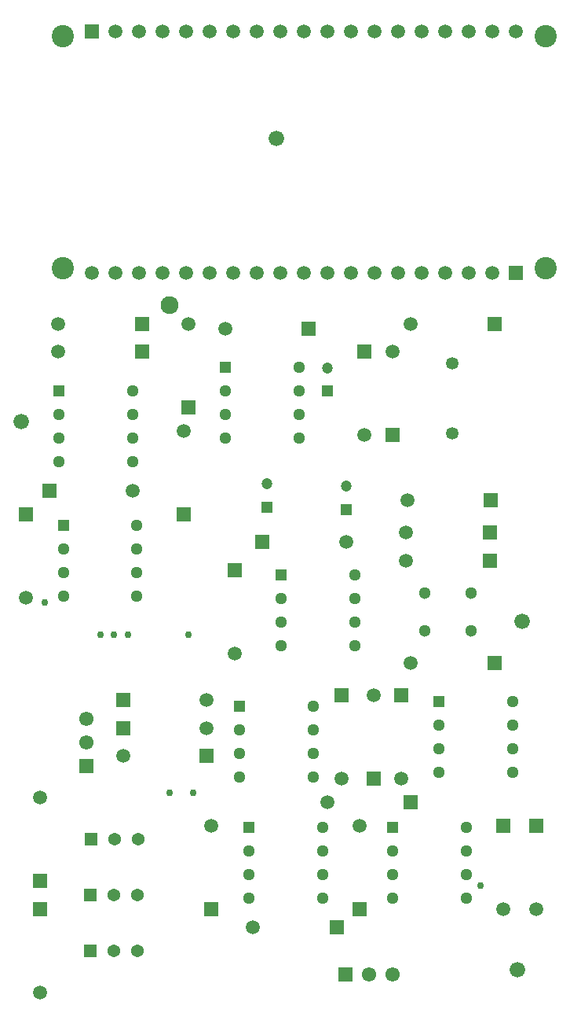
<source format=gts>
G04*
G04 #@! TF.GenerationSoftware,Altium Limited,Altium Designer,23.1.1 (15)*
G04*
G04 Layer_Color=8388736*
%FSLAX25Y25*%
%MOIN*%
G70*
G04*
G04 #@! TF.SameCoordinates,4CC54058-0C85-46A6-9067-FF0A4DDA324E*
G04*
G04*
G04 #@! TF.FilePolarity,Negative*
G04*
G01*
G75*
%ADD14C,0.07591*%
%ADD15C,0.06591*%
%ADD16C,0.05906*%
%ADD17R,0.05906X0.05906*%
%ADD18R,0.05906X0.05906*%
%ADD19R,0.05039X0.05039*%
%ADD20C,0.05039*%
%ADD21R,0.04724X0.04724*%
%ADD22C,0.04724*%
%ADD23C,0.06102*%
%ADD24R,0.06102X0.06102*%
%ADD25R,0.06102X0.06102*%
%ADD26R,0.05386X0.05386*%
%ADD27C,0.05386*%
%ADD28C,0.05118*%
%ADD29C,0.09449*%
%ADD30C,0.05315*%
%ADD31C,0.02953*%
D14*
X139764Y348425D02*
D03*
D15*
X76772Y299213D02*
D03*
X185039Y419291D02*
D03*
X289370Y214567D02*
D03*
X287402Y66929D02*
D03*
D16*
X234252Y328740D02*
D03*
X163386Y338583D02*
D03*
X206693Y137795D02*
D03*
X155512Y169291D02*
D03*
X145669Y295276D02*
D03*
X214567Y248031D02*
D03*
X124016Y269685D02*
D03*
X295276Y92520D02*
D03*
X281496D02*
D03*
X157480Y127953D02*
D03*
X226378Y183071D02*
D03*
X167323Y200787D02*
D03*
X212598Y147638D02*
D03*
X155512Y181102D02*
D03*
X175197Y84646D02*
D03*
X240598Y265748D02*
D03*
X240158Y240158D02*
D03*
X238189Y147638D02*
D03*
X220472Y127953D02*
D03*
X242126Y196850D02*
D03*
X240158Y251969D02*
D03*
X120079Y157480D02*
D03*
X92520Y328740D02*
D03*
X106850Y362205D02*
D03*
X116850D02*
D03*
X126850D02*
D03*
X136850D02*
D03*
X146850D02*
D03*
X156850D02*
D03*
X166850D02*
D03*
X176850D02*
D03*
X186850D02*
D03*
X196850D02*
D03*
X206850D02*
D03*
X216850D02*
D03*
X226850D02*
D03*
X236850D02*
D03*
X246850D02*
D03*
X256850D02*
D03*
X266850D02*
D03*
X276850D02*
D03*
X286850Y464567D02*
D03*
X276850D02*
D03*
X266850D02*
D03*
X256850D02*
D03*
X246850D02*
D03*
X236850D02*
D03*
X226850D02*
D03*
X216850D02*
D03*
X206850D02*
D03*
X196850D02*
D03*
X186850D02*
D03*
X176850D02*
D03*
X166850D02*
D03*
X156850D02*
D03*
X146850D02*
D03*
X136850D02*
D03*
X126850D02*
D03*
X116850D02*
D03*
X92520Y340551D02*
D03*
X78740Y224409D02*
D03*
X222441Y293307D02*
D03*
X84646Y57087D02*
D03*
X147638Y340551D02*
D03*
X242126Y340551D02*
D03*
X84646Y139764D02*
D03*
D17*
X234252Y293307D02*
D03*
X145669Y259842D02*
D03*
X295276Y127953D02*
D03*
X281496D02*
D03*
X157480Y92520D02*
D03*
X226378Y147638D02*
D03*
X167323Y236221D02*
D03*
X212598Y183071D02*
D03*
X238189D02*
D03*
X220472Y92520D02*
D03*
X286850Y362205D02*
D03*
X106850Y464567D02*
D03*
X78740Y259842D02*
D03*
X222441Y328740D02*
D03*
X84646Y92520D02*
D03*
X147638Y305118D02*
D03*
X84646Y104331D02*
D03*
D18*
X198819Y338583D02*
D03*
X242126Y137795D02*
D03*
X120079Y169291D02*
D03*
X179134Y248031D02*
D03*
X88583Y269685D02*
D03*
X120079Y181102D02*
D03*
X210630Y84646D02*
D03*
X276031Y265748D02*
D03*
X275591Y240158D02*
D03*
X277559Y196850D02*
D03*
X275591Y251969D02*
D03*
X155512Y157480D02*
D03*
X127953Y328740D02*
D03*
Y340551D02*
D03*
X277559D02*
D03*
D19*
X94606Y255157D02*
D03*
X254055Y180354D02*
D03*
X169409Y178386D02*
D03*
X173346Y127205D02*
D03*
X92638Y312244D02*
D03*
X187008Y234252D02*
D03*
X234370Y127205D02*
D03*
X163504Y322087D02*
D03*
D20*
X94606Y245158D02*
D03*
Y235157D02*
D03*
Y225157D02*
D03*
X125866D02*
D03*
Y235157D02*
D03*
Y245158D02*
D03*
Y255157D02*
D03*
X285315Y180354D02*
D03*
Y170354D02*
D03*
Y160354D02*
D03*
Y150354D02*
D03*
X254055D02*
D03*
Y160354D02*
D03*
Y170354D02*
D03*
X200669Y178386D02*
D03*
Y168386D02*
D03*
Y158386D02*
D03*
Y148386D02*
D03*
X169409D02*
D03*
Y158386D02*
D03*
Y168386D02*
D03*
X204606Y127205D02*
D03*
Y117205D02*
D03*
Y107205D02*
D03*
Y97205D02*
D03*
X173346D02*
D03*
Y107205D02*
D03*
Y117205D02*
D03*
X123898Y312244D02*
D03*
Y302244D02*
D03*
Y292244D02*
D03*
Y282244D02*
D03*
X92638D02*
D03*
Y292244D02*
D03*
Y302244D02*
D03*
X187008Y224252D02*
D03*
Y214252D02*
D03*
Y204252D02*
D03*
X218268D02*
D03*
Y214252D02*
D03*
Y224252D02*
D03*
Y234252D02*
D03*
X234370Y117205D02*
D03*
Y107205D02*
D03*
Y97205D02*
D03*
X265630D02*
D03*
Y107205D02*
D03*
Y117205D02*
D03*
Y127205D02*
D03*
X163504Y312087D02*
D03*
Y302087D02*
D03*
Y292087D02*
D03*
X194764D02*
D03*
Y302087D02*
D03*
Y312087D02*
D03*
Y322087D02*
D03*
D21*
X181102Y262795D02*
D03*
X206693Y312008D02*
D03*
X214567Y261811D02*
D03*
D22*
X181102Y272638D02*
D03*
X206693Y321850D02*
D03*
X214567Y271654D02*
D03*
D23*
X234409Y64961D02*
D03*
X224410D02*
D03*
X104331Y163228D02*
D03*
Y173228D02*
D03*
D24*
X214409Y64961D02*
D03*
D25*
X104331Y153228D02*
D03*
D26*
X106142Y74803D02*
D03*
X106299Y122047D02*
D03*
X106142Y98425D02*
D03*
D27*
X116142Y74803D02*
D03*
X126142D02*
D03*
X116299Y122047D02*
D03*
X126299D02*
D03*
X116142Y98425D02*
D03*
X126142D02*
D03*
D28*
X267717Y226378D02*
D03*
X248031D02*
D03*
Y210630D02*
D03*
X267717D02*
D03*
D29*
X299213Y364173D02*
D03*
Y462598D02*
D03*
X94488Y364173D02*
D03*
Y462598D02*
D03*
D30*
X259842Y294291D02*
D03*
Y323819D02*
D03*
D31*
X122047Y208661D02*
D03*
X147638D02*
D03*
X149606Y141732D02*
D03*
X139764D02*
D03*
X86614Y222441D02*
D03*
X110236Y208661D02*
D03*
X116142D02*
D03*
X271654Y102362D02*
D03*
M02*

</source>
